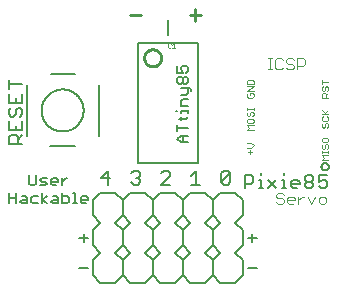
<source format=gto>
G75*
%MOIN*%
%OFA0B0*%
%FSLAX25Y25*%
%IPPOS*%
%LPD*%
%AMOC8*
5,1,8,0,0,1.08239X$1,22.5*
%
%ADD10C,0.00600*%
%ADD11C,0.00800*%
%ADD12C,0.01100*%
%ADD13C,0.00300*%
%ADD14C,0.01000*%
%ADD15C,0.00200*%
%ADD16C,0.00500*%
%ADD17C,0.00100*%
D10*
X0003113Y0032550D02*
X0003113Y0035953D01*
X0003113Y0034251D02*
X0005382Y0034251D01*
X0005382Y0032550D02*
X0005382Y0035953D01*
X0007363Y0034819D02*
X0008498Y0034819D01*
X0009065Y0034251D01*
X0009065Y0032550D01*
X0007363Y0032550D01*
X0006796Y0033117D01*
X0007363Y0033684D01*
X0009065Y0033684D01*
X0010479Y0033117D02*
X0011047Y0032550D01*
X0012748Y0032550D01*
X0014163Y0032550D02*
X0014163Y0035953D01*
X0012748Y0034819D02*
X0011047Y0034819D01*
X0010479Y0034251D01*
X0010479Y0033117D01*
X0014163Y0033684D02*
X0015864Y0034819D01*
X0017799Y0034819D02*
X0018933Y0034819D01*
X0019501Y0034251D01*
X0019501Y0032550D01*
X0017799Y0032550D01*
X0017232Y0033117D01*
X0017799Y0033684D01*
X0019501Y0033684D01*
X0020915Y0032550D02*
X0022617Y0032550D01*
X0023184Y0033117D01*
X0023184Y0034251D01*
X0022617Y0034819D01*
X0020915Y0034819D01*
X0020915Y0035953D02*
X0020915Y0032550D01*
X0024598Y0032550D02*
X0025733Y0032550D01*
X0025165Y0032550D02*
X0025165Y0035953D01*
X0024598Y0035953D01*
X0027054Y0034251D02*
X0027621Y0034819D01*
X0028755Y0034819D01*
X0029322Y0034251D01*
X0029322Y0033684D01*
X0027054Y0033684D01*
X0027054Y0033117D02*
X0027054Y0034251D01*
X0027054Y0033117D02*
X0027621Y0032550D01*
X0028755Y0032550D01*
X0020915Y0038550D02*
X0020915Y0040819D01*
X0022049Y0040819D02*
X0020915Y0039684D01*
X0019501Y0039684D02*
X0017232Y0039684D01*
X0017232Y0039117D02*
X0017232Y0040251D01*
X0017799Y0040819D01*
X0018933Y0040819D01*
X0019501Y0040251D01*
X0019501Y0039684D01*
X0018933Y0038550D02*
X0017799Y0038550D01*
X0017232Y0039117D01*
X0015817Y0039117D02*
X0015250Y0039684D01*
X0014116Y0039684D01*
X0013549Y0040251D01*
X0014116Y0040819D01*
X0015817Y0040819D01*
X0015817Y0039117D02*
X0015250Y0038550D01*
X0013549Y0038550D01*
X0012134Y0039117D02*
X0012134Y0041953D01*
X0009866Y0041953D02*
X0009866Y0039117D01*
X0010433Y0038550D01*
X0011567Y0038550D01*
X0012134Y0039117D01*
X0014163Y0033684D02*
X0015864Y0032550D01*
X0022049Y0040819D02*
X0022617Y0040819D01*
X0058730Y0063184D02*
X0059297Y0063184D01*
X0060431Y0063184D02*
X0060431Y0062617D01*
X0060431Y0063184D02*
X0062700Y0063184D01*
X0062700Y0062617D02*
X0062700Y0063751D01*
X0062700Y0065072D02*
X0060431Y0065072D01*
X0060431Y0066774D01*
X0060999Y0067341D01*
X0062700Y0067341D01*
X0062133Y0068755D02*
X0062700Y0069323D01*
X0062700Y0071024D01*
X0063267Y0071024D02*
X0063834Y0070457D01*
X0063834Y0069890D01*
X0063267Y0071024D02*
X0060431Y0071024D01*
X0060431Y0072439D02*
X0059864Y0072439D01*
X0059297Y0073006D01*
X0059297Y0074140D01*
X0059864Y0074707D01*
X0060431Y0074707D01*
X0060999Y0074140D01*
X0060999Y0073006D01*
X0060431Y0072439D01*
X0060999Y0073006D02*
X0061566Y0072439D01*
X0062133Y0072439D01*
X0062700Y0073006D01*
X0062700Y0074140D01*
X0062133Y0074707D01*
X0061566Y0074707D01*
X0060999Y0074140D01*
X0060999Y0076122D02*
X0059297Y0076122D01*
X0059297Y0078390D01*
X0060431Y0077823D02*
X0060431Y0077256D01*
X0060999Y0076122D01*
X0062133Y0076122D02*
X0062700Y0076689D01*
X0062700Y0077823D01*
X0062133Y0078390D01*
X0060999Y0078390D01*
X0060431Y0077823D01*
X0060431Y0068755D02*
X0062133Y0068755D01*
X0062700Y0061296D02*
X0062133Y0060729D01*
X0059864Y0060729D01*
X0060431Y0061296D02*
X0060431Y0060161D01*
X0059297Y0058747D02*
X0059297Y0056478D01*
X0059297Y0057613D02*
X0062700Y0057613D01*
X0062700Y0055064D02*
X0060431Y0055064D01*
X0059297Y0053929D01*
X0060431Y0052795D01*
X0062700Y0052795D01*
X0060999Y0052795D02*
X0060999Y0055064D01*
D11*
X0029400Y0011002D02*
X0026598Y0011002D01*
X0031000Y0013500D02*
X0031000Y0008500D01*
X0033500Y0006000D01*
X0038500Y0006000D01*
X0041000Y0008500D01*
X0041000Y0013500D01*
X0038500Y0016000D01*
X0041000Y0018500D01*
X0041000Y0023500D01*
X0038500Y0026000D01*
X0041000Y0028500D01*
X0041000Y0033500D01*
X0038500Y0036000D01*
X0033500Y0036000D01*
X0031000Y0033500D01*
X0031000Y0028500D01*
X0033500Y0026000D01*
X0031000Y0023500D01*
X0031000Y0018500D01*
X0033500Y0016000D01*
X0031000Y0013500D01*
X0027999Y0019601D02*
X0027999Y0022403D01*
X0026598Y0021002D02*
X0029400Y0021002D01*
X0041000Y0023500D02*
X0041000Y0018500D01*
X0043500Y0016000D01*
X0041000Y0013500D01*
X0041000Y0008500D01*
X0043500Y0006000D01*
X0048500Y0006000D01*
X0051000Y0008500D01*
X0051000Y0013500D01*
X0048500Y0016000D01*
X0051000Y0018500D01*
X0051000Y0023500D01*
X0048500Y0026000D01*
X0051000Y0028500D01*
X0051000Y0033500D01*
X0048500Y0036000D01*
X0043500Y0036000D01*
X0041000Y0033500D01*
X0041000Y0028500D01*
X0043500Y0026000D01*
X0041000Y0023500D01*
X0051000Y0023500D02*
X0051000Y0018500D01*
X0053500Y0016000D01*
X0051000Y0013500D01*
X0051000Y0008500D01*
X0053500Y0006000D01*
X0058500Y0006000D01*
X0061000Y0008500D01*
X0061000Y0013500D01*
X0058500Y0016000D01*
X0061000Y0018500D01*
X0061000Y0023500D01*
X0058500Y0026000D01*
X0061000Y0028500D01*
X0061000Y0033500D01*
X0058500Y0036000D01*
X0053500Y0036000D01*
X0051000Y0033500D01*
X0051000Y0028500D01*
X0053500Y0026000D01*
X0051000Y0023500D01*
X0061000Y0023500D02*
X0061000Y0018500D01*
X0063500Y0016000D01*
X0061000Y0013500D01*
X0061000Y0008500D01*
X0063500Y0006000D01*
X0068500Y0006000D01*
X0071000Y0008500D01*
X0071000Y0013500D01*
X0068500Y0016000D01*
X0071000Y0018500D01*
X0071000Y0023500D01*
X0068500Y0026000D01*
X0071000Y0028500D01*
X0071000Y0033500D01*
X0068500Y0036000D01*
X0063500Y0036000D01*
X0061000Y0033500D01*
X0061000Y0028500D01*
X0063500Y0026000D01*
X0061000Y0023500D01*
X0071000Y0023500D02*
X0071000Y0018500D01*
X0073500Y0016000D01*
X0071000Y0013500D01*
X0071000Y0008500D01*
X0073500Y0006000D01*
X0078500Y0006000D01*
X0081000Y0008500D01*
X0081000Y0013500D01*
X0078500Y0016000D01*
X0081000Y0018500D01*
X0081000Y0023500D01*
X0078500Y0026000D01*
X0081000Y0028500D01*
X0081000Y0033500D01*
X0078500Y0036000D01*
X0073500Y0036000D01*
X0071000Y0033500D01*
X0071000Y0028500D01*
X0073500Y0026000D01*
X0071000Y0023500D01*
X0082848Y0021002D02*
X0085650Y0021002D01*
X0084249Y0022403D02*
X0084249Y0019601D01*
X0082848Y0011002D02*
X0085650Y0011002D01*
X0086425Y0037650D02*
X0087826Y0037650D01*
X0087125Y0037650D02*
X0087125Y0040452D01*
X0086425Y0040452D01*
X0087125Y0041854D02*
X0087125Y0042554D01*
X0084623Y0041153D02*
X0084623Y0039752D01*
X0083923Y0039051D01*
X0081821Y0039051D01*
X0081821Y0037650D02*
X0081821Y0041854D01*
X0083923Y0041854D01*
X0084623Y0041153D01*
X0089494Y0040452D02*
X0092296Y0037650D01*
X0094098Y0037650D02*
X0095499Y0037650D01*
X0094799Y0037650D02*
X0094799Y0040452D01*
X0094098Y0040452D01*
X0094799Y0041854D02*
X0094799Y0042554D01*
X0092296Y0040452D02*
X0089494Y0037650D01*
X0097167Y0038351D02*
X0097167Y0039752D01*
X0097868Y0040452D01*
X0099269Y0040452D01*
X0099970Y0039752D01*
X0099970Y0039051D01*
X0097167Y0039051D01*
X0097167Y0038351D02*
X0097868Y0037650D01*
X0099269Y0037650D01*
X0101771Y0038351D02*
X0101771Y0039051D01*
X0102472Y0039752D01*
X0103873Y0039752D01*
X0104574Y0039051D01*
X0104574Y0038351D01*
X0103873Y0037650D01*
X0102472Y0037650D01*
X0101771Y0038351D01*
X0102472Y0039752D02*
X0101771Y0040452D01*
X0101771Y0041153D01*
X0102472Y0041854D01*
X0103873Y0041854D01*
X0104574Y0041153D01*
X0104574Y0040452D01*
X0103873Y0039752D01*
X0106375Y0039752D02*
X0106375Y0041854D01*
X0109178Y0041854D01*
X0108477Y0040452D02*
X0109178Y0039752D01*
X0109178Y0038351D01*
X0108477Y0037650D01*
X0107076Y0037650D01*
X0106375Y0038351D01*
X0106375Y0039752D02*
X0107776Y0040452D01*
X0108477Y0040452D01*
X0066000Y0046000D02*
X0046000Y0046000D01*
X0046000Y0086000D01*
X0050000Y0086000D01*
X0052000Y0086000D01*
X0050000Y0086000D02*
X0066000Y0086000D01*
X0066000Y0046000D01*
X0033000Y0055000D02*
X0033000Y0072000D01*
X0025000Y0075500D02*
X0017071Y0075500D01*
X0009000Y0072000D02*
X0009000Y0055000D01*
X0016953Y0051500D02*
X0025000Y0051500D01*
X0014000Y0063500D02*
X0014002Y0063672D01*
X0014008Y0063843D01*
X0014019Y0064015D01*
X0014034Y0064186D01*
X0014053Y0064357D01*
X0014076Y0064527D01*
X0014103Y0064697D01*
X0014135Y0064866D01*
X0014170Y0065034D01*
X0014210Y0065201D01*
X0014254Y0065367D01*
X0014301Y0065532D01*
X0014353Y0065696D01*
X0014409Y0065858D01*
X0014469Y0066019D01*
X0014533Y0066179D01*
X0014601Y0066337D01*
X0014672Y0066493D01*
X0014747Y0066647D01*
X0014827Y0066800D01*
X0014909Y0066950D01*
X0014996Y0067099D01*
X0015086Y0067245D01*
X0015180Y0067389D01*
X0015277Y0067531D01*
X0015378Y0067670D01*
X0015482Y0067807D01*
X0015589Y0067941D01*
X0015700Y0068072D01*
X0015813Y0068201D01*
X0015930Y0068327D01*
X0016050Y0068450D01*
X0016173Y0068570D01*
X0016299Y0068687D01*
X0016428Y0068800D01*
X0016559Y0068911D01*
X0016693Y0069018D01*
X0016830Y0069122D01*
X0016969Y0069223D01*
X0017111Y0069320D01*
X0017255Y0069414D01*
X0017401Y0069504D01*
X0017550Y0069591D01*
X0017700Y0069673D01*
X0017853Y0069753D01*
X0018007Y0069828D01*
X0018163Y0069899D01*
X0018321Y0069967D01*
X0018481Y0070031D01*
X0018642Y0070091D01*
X0018804Y0070147D01*
X0018968Y0070199D01*
X0019133Y0070246D01*
X0019299Y0070290D01*
X0019466Y0070330D01*
X0019634Y0070365D01*
X0019803Y0070397D01*
X0019973Y0070424D01*
X0020143Y0070447D01*
X0020314Y0070466D01*
X0020485Y0070481D01*
X0020657Y0070492D01*
X0020828Y0070498D01*
X0021000Y0070500D01*
X0021172Y0070498D01*
X0021343Y0070492D01*
X0021515Y0070481D01*
X0021686Y0070466D01*
X0021857Y0070447D01*
X0022027Y0070424D01*
X0022197Y0070397D01*
X0022366Y0070365D01*
X0022534Y0070330D01*
X0022701Y0070290D01*
X0022867Y0070246D01*
X0023032Y0070199D01*
X0023196Y0070147D01*
X0023358Y0070091D01*
X0023519Y0070031D01*
X0023679Y0069967D01*
X0023837Y0069899D01*
X0023993Y0069828D01*
X0024147Y0069753D01*
X0024300Y0069673D01*
X0024450Y0069591D01*
X0024599Y0069504D01*
X0024745Y0069414D01*
X0024889Y0069320D01*
X0025031Y0069223D01*
X0025170Y0069122D01*
X0025307Y0069018D01*
X0025441Y0068911D01*
X0025572Y0068800D01*
X0025701Y0068687D01*
X0025827Y0068570D01*
X0025950Y0068450D01*
X0026070Y0068327D01*
X0026187Y0068201D01*
X0026300Y0068072D01*
X0026411Y0067941D01*
X0026518Y0067807D01*
X0026622Y0067670D01*
X0026723Y0067531D01*
X0026820Y0067389D01*
X0026914Y0067245D01*
X0027004Y0067099D01*
X0027091Y0066950D01*
X0027173Y0066800D01*
X0027253Y0066647D01*
X0027328Y0066493D01*
X0027399Y0066337D01*
X0027467Y0066179D01*
X0027531Y0066019D01*
X0027591Y0065858D01*
X0027647Y0065696D01*
X0027699Y0065532D01*
X0027746Y0065367D01*
X0027790Y0065201D01*
X0027830Y0065034D01*
X0027865Y0064866D01*
X0027897Y0064697D01*
X0027924Y0064527D01*
X0027947Y0064357D01*
X0027966Y0064186D01*
X0027981Y0064015D01*
X0027992Y0063843D01*
X0027998Y0063672D01*
X0028000Y0063500D01*
X0027998Y0063328D01*
X0027992Y0063157D01*
X0027981Y0062985D01*
X0027966Y0062814D01*
X0027947Y0062643D01*
X0027924Y0062473D01*
X0027897Y0062303D01*
X0027865Y0062134D01*
X0027830Y0061966D01*
X0027790Y0061799D01*
X0027746Y0061633D01*
X0027699Y0061468D01*
X0027647Y0061304D01*
X0027591Y0061142D01*
X0027531Y0060981D01*
X0027467Y0060821D01*
X0027399Y0060663D01*
X0027328Y0060507D01*
X0027253Y0060353D01*
X0027173Y0060200D01*
X0027091Y0060050D01*
X0027004Y0059901D01*
X0026914Y0059755D01*
X0026820Y0059611D01*
X0026723Y0059469D01*
X0026622Y0059330D01*
X0026518Y0059193D01*
X0026411Y0059059D01*
X0026300Y0058928D01*
X0026187Y0058799D01*
X0026070Y0058673D01*
X0025950Y0058550D01*
X0025827Y0058430D01*
X0025701Y0058313D01*
X0025572Y0058200D01*
X0025441Y0058089D01*
X0025307Y0057982D01*
X0025170Y0057878D01*
X0025031Y0057777D01*
X0024889Y0057680D01*
X0024745Y0057586D01*
X0024599Y0057496D01*
X0024450Y0057409D01*
X0024300Y0057327D01*
X0024147Y0057247D01*
X0023993Y0057172D01*
X0023837Y0057101D01*
X0023679Y0057033D01*
X0023519Y0056969D01*
X0023358Y0056909D01*
X0023196Y0056853D01*
X0023032Y0056801D01*
X0022867Y0056754D01*
X0022701Y0056710D01*
X0022534Y0056670D01*
X0022366Y0056635D01*
X0022197Y0056603D01*
X0022027Y0056576D01*
X0021857Y0056553D01*
X0021686Y0056534D01*
X0021515Y0056519D01*
X0021343Y0056508D01*
X0021172Y0056502D01*
X0021000Y0056500D01*
X0020828Y0056502D01*
X0020657Y0056508D01*
X0020485Y0056519D01*
X0020314Y0056534D01*
X0020143Y0056553D01*
X0019973Y0056576D01*
X0019803Y0056603D01*
X0019634Y0056635D01*
X0019466Y0056670D01*
X0019299Y0056710D01*
X0019133Y0056754D01*
X0018968Y0056801D01*
X0018804Y0056853D01*
X0018642Y0056909D01*
X0018481Y0056969D01*
X0018321Y0057033D01*
X0018163Y0057101D01*
X0018007Y0057172D01*
X0017853Y0057247D01*
X0017700Y0057327D01*
X0017550Y0057409D01*
X0017401Y0057496D01*
X0017255Y0057586D01*
X0017111Y0057680D01*
X0016969Y0057777D01*
X0016830Y0057878D01*
X0016693Y0057982D01*
X0016559Y0058089D01*
X0016428Y0058200D01*
X0016299Y0058313D01*
X0016173Y0058430D01*
X0016050Y0058550D01*
X0015930Y0058673D01*
X0015813Y0058799D01*
X0015700Y0058928D01*
X0015589Y0059059D01*
X0015482Y0059193D01*
X0015378Y0059330D01*
X0015277Y0059469D01*
X0015180Y0059611D01*
X0015086Y0059755D01*
X0014996Y0059901D01*
X0014909Y0060050D01*
X0014827Y0060200D01*
X0014747Y0060353D01*
X0014672Y0060507D01*
X0014601Y0060663D01*
X0014533Y0060821D01*
X0014469Y0060981D01*
X0014409Y0061142D01*
X0014353Y0061304D01*
X0014301Y0061468D01*
X0014254Y0061633D01*
X0014210Y0061799D01*
X0014170Y0061966D01*
X0014135Y0062134D01*
X0014103Y0062303D01*
X0014076Y0062473D01*
X0014053Y0062643D01*
X0014034Y0062814D01*
X0014019Y0062985D01*
X0014008Y0063157D01*
X0014002Y0063328D01*
X0014000Y0063500D01*
X0056000Y0088500D02*
X0056000Y0093500D01*
D12*
X0063327Y0095378D02*
X0067264Y0095378D01*
X0065296Y0097346D02*
X0065296Y0093409D01*
X0047264Y0095378D02*
X0043327Y0095378D01*
D13*
X0089398Y0080853D02*
X0090632Y0080853D01*
X0090015Y0080853D02*
X0090015Y0077150D01*
X0089398Y0077150D02*
X0090632Y0077150D01*
X0091853Y0077767D02*
X0092470Y0077150D01*
X0093705Y0077150D01*
X0094322Y0077767D01*
X0095536Y0077767D02*
X0096153Y0077150D01*
X0097388Y0077150D01*
X0098005Y0077767D01*
X0098005Y0078384D01*
X0097388Y0079002D01*
X0096153Y0079002D01*
X0095536Y0079619D01*
X0095536Y0080236D01*
X0096153Y0080853D01*
X0097388Y0080853D01*
X0098005Y0080236D01*
X0099219Y0080853D02*
X0101071Y0080853D01*
X0101688Y0080236D01*
X0101688Y0079002D01*
X0101071Y0078384D01*
X0099219Y0078384D01*
X0099219Y0077150D02*
X0099219Y0080853D01*
X0094322Y0080236D02*
X0093705Y0080853D01*
X0092470Y0080853D01*
X0091853Y0080236D01*
X0091853Y0077767D01*
X0092866Y0035978D02*
X0092249Y0035361D01*
X0092249Y0034744D01*
X0092866Y0034127D01*
X0094101Y0034127D01*
X0094718Y0033509D01*
X0094718Y0032892D01*
X0094101Y0032275D01*
X0092866Y0032275D01*
X0092249Y0032892D01*
X0094718Y0035361D02*
X0094101Y0035978D01*
X0092866Y0035978D01*
X0095932Y0034127D02*
X0096549Y0034744D01*
X0097784Y0034744D01*
X0098401Y0034127D01*
X0098401Y0033509D01*
X0095932Y0033509D01*
X0095932Y0032892D02*
X0095932Y0034127D01*
X0095932Y0032892D02*
X0096549Y0032275D01*
X0097784Y0032275D01*
X0099615Y0032275D02*
X0099615Y0034744D01*
X0099615Y0033509D02*
X0100850Y0034744D01*
X0101467Y0034744D01*
X0102685Y0034744D02*
X0103919Y0032275D01*
X0105153Y0034744D01*
X0106368Y0034127D02*
X0106368Y0032892D01*
X0106985Y0032275D01*
X0108219Y0032275D01*
X0108837Y0032892D01*
X0108837Y0034127D01*
X0108219Y0034744D01*
X0106985Y0034744D01*
X0106368Y0034127D01*
D14*
X0048172Y0081000D02*
X0048174Y0081106D01*
X0048180Y0081211D01*
X0048190Y0081317D01*
X0048204Y0081421D01*
X0048221Y0081526D01*
X0048243Y0081629D01*
X0048268Y0081732D01*
X0048298Y0081834D01*
X0048331Y0081934D01*
X0048367Y0082033D01*
X0048408Y0082131D01*
X0048452Y0082227D01*
X0048500Y0082321D01*
X0048551Y0082414D01*
X0048605Y0082505D01*
X0048663Y0082593D01*
X0048725Y0082679D01*
X0048789Y0082763D01*
X0048856Y0082845D01*
X0048927Y0082924D01*
X0049000Y0083000D01*
X0049076Y0083073D01*
X0049155Y0083144D01*
X0049237Y0083211D01*
X0049321Y0083275D01*
X0049407Y0083337D01*
X0049495Y0083395D01*
X0049586Y0083449D01*
X0049679Y0083500D01*
X0049773Y0083548D01*
X0049869Y0083592D01*
X0049967Y0083633D01*
X0050066Y0083669D01*
X0050166Y0083702D01*
X0050268Y0083732D01*
X0050371Y0083757D01*
X0050474Y0083779D01*
X0050579Y0083796D01*
X0050683Y0083810D01*
X0050789Y0083820D01*
X0050894Y0083826D01*
X0051000Y0083828D01*
X0051106Y0083826D01*
X0051211Y0083820D01*
X0051317Y0083810D01*
X0051421Y0083796D01*
X0051526Y0083779D01*
X0051629Y0083757D01*
X0051732Y0083732D01*
X0051834Y0083702D01*
X0051934Y0083669D01*
X0052033Y0083633D01*
X0052131Y0083592D01*
X0052227Y0083548D01*
X0052321Y0083500D01*
X0052414Y0083449D01*
X0052505Y0083395D01*
X0052593Y0083337D01*
X0052679Y0083275D01*
X0052763Y0083211D01*
X0052845Y0083144D01*
X0052924Y0083073D01*
X0053000Y0083000D01*
X0053073Y0082924D01*
X0053144Y0082845D01*
X0053211Y0082763D01*
X0053275Y0082679D01*
X0053337Y0082593D01*
X0053395Y0082505D01*
X0053449Y0082414D01*
X0053500Y0082321D01*
X0053548Y0082227D01*
X0053592Y0082131D01*
X0053633Y0082033D01*
X0053669Y0081934D01*
X0053702Y0081834D01*
X0053732Y0081732D01*
X0053757Y0081629D01*
X0053779Y0081526D01*
X0053796Y0081421D01*
X0053810Y0081317D01*
X0053820Y0081211D01*
X0053826Y0081106D01*
X0053828Y0081000D01*
X0053826Y0080894D01*
X0053820Y0080789D01*
X0053810Y0080683D01*
X0053796Y0080579D01*
X0053779Y0080474D01*
X0053757Y0080371D01*
X0053732Y0080268D01*
X0053702Y0080166D01*
X0053669Y0080066D01*
X0053633Y0079967D01*
X0053592Y0079869D01*
X0053548Y0079773D01*
X0053500Y0079679D01*
X0053449Y0079586D01*
X0053395Y0079495D01*
X0053337Y0079407D01*
X0053275Y0079321D01*
X0053211Y0079237D01*
X0053144Y0079155D01*
X0053073Y0079076D01*
X0053000Y0079000D01*
X0052924Y0078927D01*
X0052845Y0078856D01*
X0052763Y0078789D01*
X0052679Y0078725D01*
X0052593Y0078663D01*
X0052505Y0078605D01*
X0052414Y0078551D01*
X0052321Y0078500D01*
X0052227Y0078452D01*
X0052131Y0078408D01*
X0052033Y0078367D01*
X0051934Y0078331D01*
X0051834Y0078298D01*
X0051732Y0078268D01*
X0051629Y0078243D01*
X0051526Y0078221D01*
X0051421Y0078204D01*
X0051317Y0078190D01*
X0051211Y0078180D01*
X0051106Y0078174D01*
X0051000Y0078172D01*
X0050894Y0078174D01*
X0050789Y0078180D01*
X0050683Y0078190D01*
X0050579Y0078204D01*
X0050474Y0078221D01*
X0050371Y0078243D01*
X0050268Y0078268D01*
X0050166Y0078298D01*
X0050066Y0078331D01*
X0049967Y0078367D01*
X0049869Y0078408D01*
X0049773Y0078452D01*
X0049679Y0078500D01*
X0049586Y0078551D01*
X0049495Y0078605D01*
X0049407Y0078663D01*
X0049321Y0078725D01*
X0049237Y0078789D01*
X0049155Y0078856D01*
X0049076Y0078927D01*
X0049000Y0079000D01*
X0048927Y0079076D01*
X0048856Y0079155D01*
X0048789Y0079237D01*
X0048725Y0079321D01*
X0048663Y0079407D01*
X0048605Y0079495D01*
X0048551Y0079586D01*
X0048500Y0079679D01*
X0048452Y0079773D01*
X0048408Y0079869D01*
X0048367Y0079967D01*
X0048331Y0080066D01*
X0048298Y0080166D01*
X0048268Y0080268D01*
X0048243Y0080371D01*
X0048221Y0080474D01*
X0048204Y0080579D01*
X0048190Y0080683D01*
X0048180Y0080789D01*
X0048174Y0080894D01*
X0048172Y0081000D01*
D15*
X0082448Y0073306D02*
X0082448Y0072205D01*
X0084650Y0072205D01*
X0084650Y0073306D01*
X0084283Y0073673D01*
X0082815Y0073673D01*
X0082448Y0073306D01*
X0082448Y0071463D02*
X0084650Y0071463D01*
X0082448Y0069995D01*
X0084650Y0069995D01*
X0084283Y0069253D02*
X0083549Y0069253D01*
X0083549Y0068519D01*
X0082815Y0067785D02*
X0082448Y0068152D01*
X0082448Y0068886D01*
X0082815Y0069253D01*
X0082815Y0067785D02*
X0084283Y0067785D01*
X0084650Y0068152D01*
X0084650Y0068886D01*
X0084283Y0069253D01*
X0084650Y0064412D02*
X0084650Y0063678D01*
X0084650Y0064045D02*
X0082448Y0064045D01*
X0082448Y0063678D02*
X0082448Y0064412D01*
X0082815Y0062936D02*
X0082448Y0062569D01*
X0082448Y0061835D01*
X0082815Y0061468D01*
X0083182Y0061468D01*
X0083549Y0061835D01*
X0083549Y0062569D01*
X0083916Y0062936D01*
X0084283Y0062936D01*
X0084650Y0062569D01*
X0084650Y0061835D01*
X0084283Y0061468D01*
X0084283Y0060726D02*
X0082815Y0060726D01*
X0082448Y0060359D01*
X0082448Y0059625D01*
X0082815Y0059258D01*
X0084283Y0059258D01*
X0084650Y0059625D01*
X0084650Y0060359D01*
X0084283Y0060726D01*
X0084650Y0058516D02*
X0082448Y0058516D01*
X0083182Y0057783D01*
X0082448Y0057049D01*
X0084650Y0057049D01*
X0083916Y0052568D02*
X0082448Y0052568D01*
X0082448Y0051100D02*
X0083916Y0051100D01*
X0084650Y0051834D01*
X0083916Y0052568D01*
X0083549Y0050358D02*
X0083549Y0048890D01*
X0082815Y0049624D02*
X0084283Y0049624D01*
X0107348Y0049625D02*
X0109550Y0049625D01*
X0109550Y0049258D02*
X0109550Y0049992D01*
X0109183Y0050732D02*
X0109550Y0051099D01*
X0109550Y0051833D01*
X0109183Y0052200D01*
X0108816Y0052200D01*
X0108449Y0051833D01*
X0108449Y0051099D01*
X0108082Y0050732D01*
X0107715Y0050732D01*
X0107348Y0051099D01*
X0107348Y0051833D01*
X0107715Y0052200D01*
X0107715Y0052942D02*
X0107348Y0053309D01*
X0107348Y0054042D01*
X0107715Y0054409D01*
X0109183Y0054409D01*
X0109550Y0054042D01*
X0109550Y0053309D01*
X0109183Y0052942D01*
X0107715Y0052942D01*
X0107348Y0049992D02*
X0107348Y0049258D01*
X0107348Y0048516D02*
X0109550Y0048516D01*
X0109550Y0047049D02*
X0107348Y0047049D01*
X0108082Y0047783D01*
X0107348Y0048516D01*
X0107715Y0057785D02*
X0107348Y0058152D01*
X0107348Y0058886D01*
X0107715Y0059253D01*
X0107715Y0059995D02*
X0107348Y0060362D01*
X0107348Y0061096D01*
X0107715Y0061463D01*
X0107348Y0062205D02*
X0109550Y0062205D01*
X0108816Y0062205D02*
X0107348Y0063673D01*
X0108449Y0062572D02*
X0109550Y0063673D01*
X0109183Y0061463D02*
X0109550Y0061096D01*
X0109550Y0060362D01*
X0109183Y0059995D01*
X0107715Y0059995D01*
X0108816Y0059253D02*
X0108449Y0058886D01*
X0108449Y0058152D01*
X0108082Y0057785D01*
X0107715Y0057785D01*
X0109183Y0057785D02*
X0109550Y0058152D01*
X0109550Y0058886D01*
X0109183Y0059253D01*
X0108816Y0059253D01*
X0108816Y0067785D02*
X0108816Y0068886D01*
X0108449Y0069253D01*
X0107715Y0069253D01*
X0107348Y0068886D01*
X0107348Y0067785D01*
X0109550Y0067785D01*
X0108816Y0068519D02*
X0109550Y0069253D01*
X0109183Y0069995D02*
X0109550Y0070362D01*
X0109550Y0071096D01*
X0109183Y0071463D01*
X0108816Y0071463D01*
X0108449Y0071096D01*
X0108449Y0070362D01*
X0108082Y0069995D01*
X0107715Y0069995D01*
X0107348Y0070362D01*
X0107348Y0071096D01*
X0107715Y0071463D01*
X0107348Y0072205D02*
X0107348Y0073673D01*
X0107348Y0072939D02*
X0109550Y0072939D01*
D16*
X0107250Y0044750D02*
X0107252Y0044820D01*
X0107258Y0044890D01*
X0107268Y0044959D01*
X0107281Y0045028D01*
X0107299Y0045096D01*
X0107320Y0045163D01*
X0107345Y0045228D01*
X0107374Y0045292D01*
X0107406Y0045355D01*
X0107442Y0045415D01*
X0107481Y0045473D01*
X0107523Y0045529D01*
X0107568Y0045583D01*
X0107616Y0045634D01*
X0107667Y0045682D01*
X0107721Y0045727D01*
X0107777Y0045769D01*
X0107835Y0045808D01*
X0107895Y0045844D01*
X0107958Y0045876D01*
X0108022Y0045905D01*
X0108087Y0045930D01*
X0108154Y0045951D01*
X0108222Y0045969D01*
X0108291Y0045982D01*
X0108360Y0045992D01*
X0108430Y0045998D01*
X0108500Y0046000D01*
X0108570Y0045998D01*
X0108640Y0045992D01*
X0108709Y0045982D01*
X0108778Y0045969D01*
X0108846Y0045951D01*
X0108913Y0045930D01*
X0108978Y0045905D01*
X0109042Y0045876D01*
X0109105Y0045844D01*
X0109165Y0045808D01*
X0109223Y0045769D01*
X0109279Y0045727D01*
X0109333Y0045682D01*
X0109384Y0045634D01*
X0109432Y0045583D01*
X0109477Y0045529D01*
X0109519Y0045473D01*
X0109558Y0045415D01*
X0109594Y0045355D01*
X0109626Y0045292D01*
X0109655Y0045228D01*
X0109680Y0045163D01*
X0109701Y0045096D01*
X0109719Y0045028D01*
X0109732Y0044959D01*
X0109742Y0044890D01*
X0109748Y0044820D01*
X0109750Y0044750D01*
X0109748Y0044680D01*
X0109742Y0044610D01*
X0109732Y0044541D01*
X0109719Y0044472D01*
X0109701Y0044404D01*
X0109680Y0044337D01*
X0109655Y0044272D01*
X0109626Y0044208D01*
X0109594Y0044145D01*
X0109558Y0044085D01*
X0109519Y0044027D01*
X0109477Y0043971D01*
X0109432Y0043917D01*
X0109384Y0043866D01*
X0109333Y0043818D01*
X0109279Y0043773D01*
X0109223Y0043731D01*
X0109165Y0043692D01*
X0109105Y0043656D01*
X0109042Y0043624D01*
X0108978Y0043595D01*
X0108913Y0043570D01*
X0108846Y0043549D01*
X0108778Y0043531D01*
X0108709Y0043518D01*
X0108640Y0043508D01*
X0108570Y0043502D01*
X0108500Y0043500D01*
X0108430Y0043502D01*
X0108360Y0043508D01*
X0108291Y0043518D01*
X0108222Y0043531D01*
X0108154Y0043549D01*
X0108087Y0043570D01*
X0108022Y0043595D01*
X0107958Y0043624D01*
X0107895Y0043656D01*
X0107835Y0043692D01*
X0107777Y0043731D01*
X0107721Y0043773D01*
X0107667Y0043818D01*
X0107616Y0043866D01*
X0107568Y0043917D01*
X0107523Y0043971D01*
X0107481Y0044027D01*
X0107442Y0044085D01*
X0107406Y0044145D01*
X0107374Y0044208D01*
X0107345Y0044272D01*
X0107320Y0044337D01*
X0107299Y0044404D01*
X0107281Y0044472D01*
X0107268Y0044541D01*
X0107258Y0044610D01*
X0107252Y0044680D01*
X0107250Y0044750D01*
X0076951Y0042503D02*
X0076951Y0039501D01*
X0076200Y0038750D01*
X0074699Y0038750D01*
X0073948Y0039501D01*
X0076951Y0042503D01*
X0076200Y0043254D01*
X0074699Y0043254D01*
X0073948Y0042503D01*
X0073948Y0039501D01*
X0066951Y0038750D02*
X0063948Y0038750D01*
X0065449Y0038750D02*
X0065449Y0043254D01*
X0063948Y0041753D01*
X0056951Y0041753D02*
X0056951Y0042503D01*
X0056200Y0043254D01*
X0054699Y0043254D01*
X0053948Y0042503D01*
X0056951Y0041753D02*
X0053948Y0038750D01*
X0056951Y0038750D01*
X0046951Y0039501D02*
X0046200Y0038750D01*
X0044699Y0038750D01*
X0043948Y0039501D01*
X0045449Y0041002D02*
X0046200Y0041002D01*
X0046951Y0040251D01*
X0046951Y0039501D01*
X0046200Y0041002D02*
X0046951Y0041753D01*
X0046951Y0042503D01*
X0046200Y0043254D01*
X0044699Y0043254D01*
X0043948Y0042503D01*
X0036951Y0041002D02*
X0033948Y0041002D01*
X0036200Y0043254D01*
X0036200Y0038750D01*
X0007625Y0052240D02*
X0003121Y0052240D01*
X0003121Y0054492D01*
X0003872Y0055243D01*
X0005373Y0055243D01*
X0006124Y0054492D01*
X0006124Y0052240D01*
X0006124Y0053741D02*
X0007625Y0055243D01*
X0007625Y0056844D02*
X0007625Y0059847D01*
X0006874Y0061448D02*
X0007625Y0062199D01*
X0007625Y0063700D01*
X0006874Y0064451D01*
X0006124Y0064451D01*
X0005373Y0063700D01*
X0005373Y0062199D01*
X0004622Y0061448D01*
X0003872Y0061448D01*
X0003121Y0062199D01*
X0003121Y0063700D01*
X0003872Y0064451D01*
X0003121Y0066052D02*
X0007625Y0066052D01*
X0007625Y0069055D01*
X0005373Y0067553D02*
X0005373Y0066052D01*
X0003121Y0066052D02*
X0003121Y0069055D01*
X0003121Y0070656D02*
X0003121Y0073658D01*
X0003121Y0072157D02*
X0007625Y0072157D01*
X0003121Y0059847D02*
X0003121Y0056844D01*
X0007625Y0056844D01*
X0005373Y0056844D02*
X0005373Y0058345D01*
D17*
X0056103Y0084700D02*
X0056354Y0084450D01*
X0056854Y0084450D01*
X0057104Y0084700D01*
X0057577Y0084450D02*
X0058578Y0084450D01*
X0058077Y0084450D02*
X0058077Y0085951D01*
X0057577Y0085451D01*
X0057104Y0085701D02*
X0056854Y0085951D01*
X0056354Y0085951D01*
X0056103Y0085701D01*
X0056103Y0084700D01*
M02*

</source>
